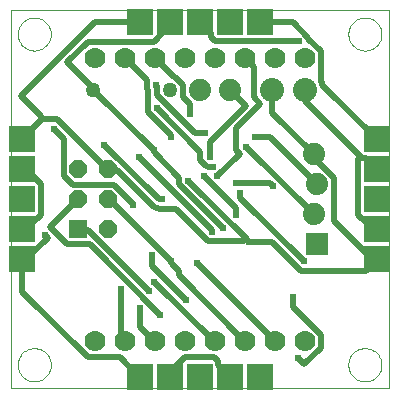
<source format=gbl>
G75*
G70*
%OFA0B0*%
%FSLAX24Y24*%
%IPPOS*%
%LPD*%
%AMOC8*
5,1,8,0,0,1.08239X$1,22.5*
%
%ADD10C,0.0000*%
%ADD11C,0.0700*%
%ADD12C,0.0500*%
%ADD13C,0.0800*%
%ADD14R,0.0600X0.0600*%
%ADD15OC8,0.0600*%
%ADD16R,0.0860X0.0860*%
%ADD17R,0.0740X0.0740*%
%ADD18C,0.0740*%
%ADD19C,0.0200*%
%ADD20C,0.0240*%
D10*
X000156Y000156D02*
X012755Y000156D01*
X012755Y012755D01*
X000156Y012755D01*
X000156Y000156D01*
X000393Y000944D02*
X000395Y000991D01*
X000401Y001037D01*
X000411Y001083D01*
X000424Y001128D01*
X000442Y001171D01*
X000463Y001213D01*
X000487Y001253D01*
X000515Y001290D01*
X000546Y001325D01*
X000580Y001358D01*
X000616Y001387D01*
X000655Y001413D01*
X000696Y001436D01*
X000739Y001455D01*
X000783Y001471D01*
X000828Y001483D01*
X000874Y001491D01*
X000921Y001495D01*
X000967Y001495D01*
X001014Y001491D01*
X001060Y001483D01*
X001105Y001471D01*
X001149Y001455D01*
X001192Y001436D01*
X001233Y001413D01*
X001272Y001387D01*
X001308Y001358D01*
X001342Y001325D01*
X001373Y001290D01*
X001401Y001253D01*
X001425Y001213D01*
X001446Y001171D01*
X001464Y001128D01*
X001477Y001083D01*
X001487Y001037D01*
X001493Y000991D01*
X001495Y000944D01*
X001493Y000897D01*
X001487Y000851D01*
X001477Y000805D01*
X001464Y000760D01*
X001446Y000717D01*
X001425Y000675D01*
X001401Y000635D01*
X001373Y000598D01*
X001342Y000563D01*
X001308Y000530D01*
X001272Y000501D01*
X001233Y000475D01*
X001192Y000452D01*
X001149Y000433D01*
X001105Y000417D01*
X001060Y000405D01*
X001014Y000397D01*
X000967Y000393D01*
X000921Y000393D01*
X000874Y000397D01*
X000828Y000405D01*
X000783Y000417D01*
X000739Y000433D01*
X000696Y000452D01*
X000655Y000475D01*
X000616Y000501D01*
X000580Y000530D01*
X000546Y000563D01*
X000515Y000598D01*
X000487Y000635D01*
X000463Y000675D01*
X000442Y000717D01*
X000424Y000760D01*
X000411Y000805D01*
X000401Y000851D01*
X000395Y000897D01*
X000393Y000944D01*
X000393Y011967D02*
X000395Y012014D01*
X000401Y012060D01*
X000411Y012106D01*
X000424Y012151D01*
X000442Y012194D01*
X000463Y012236D01*
X000487Y012276D01*
X000515Y012313D01*
X000546Y012348D01*
X000580Y012381D01*
X000616Y012410D01*
X000655Y012436D01*
X000696Y012459D01*
X000739Y012478D01*
X000783Y012494D01*
X000828Y012506D01*
X000874Y012514D01*
X000921Y012518D01*
X000967Y012518D01*
X001014Y012514D01*
X001060Y012506D01*
X001105Y012494D01*
X001149Y012478D01*
X001192Y012459D01*
X001233Y012436D01*
X001272Y012410D01*
X001308Y012381D01*
X001342Y012348D01*
X001373Y012313D01*
X001401Y012276D01*
X001425Y012236D01*
X001446Y012194D01*
X001464Y012151D01*
X001477Y012106D01*
X001487Y012060D01*
X001493Y012014D01*
X001495Y011967D01*
X001493Y011920D01*
X001487Y011874D01*
X001477Y011828D01*
X001464Y011783D01*
X001446Y011740D01*
X001425Y011698D01*
X001401Y011658D01*
X001373Y011621D01*
X001342Y011586D01*
X001308Y011553D01*
X001272Y011524D01*
X001233Y011498D01*
X001192Y011475D01*
X001149Y011456D01*
X001105Y011440D01*
X001060Y011428D01*
X001014Y011420D01*
X000967Y011416D01*
X000921Y011416D01*
X000874Y011420D01*
X000828Y011428D01*
X000783Y011440D01*
X000739Y011456D01*
X000696Y011475D01*
X000655Y011498D01*
X000616Y011524D01*
X000580Y011553D01*
X000546Y011586D01*
X000515Y011621D01*
X000487Y011658D01*
X000463Y011698D01*
X000442Y011740D01*
X000424Y011783D01*
X000411Y011828D01*
X000401Y011874D01*
X000395Y011920D01*
X000393Y011967D01*
X011416Y011967D02*
X011418Y012014D01*
X011424Y012060D01*
X011434Y012106D01*
X011447Y012151D01*
X011465Y012194D01*
X011486Y012236D01*
X011510Y012276D01*
X011538Y012313D01*
X011569Y012348D01*
X011603Y012381D01*
X011639Y012410D01*
X011678Y012436D01*
X011719Y012459D01*
X011762Y012478D01*
X011806Y012494D01*
X011851Y012506D01*
X011897Y012514D01*
X011944Y012518D01*
X011990Y012518D01*
X012037Y012514D01*
X012083Y012506D01*
X012128Y012494D01*
X012172Y012478D01*
X012215Y012459D01*
X012256Y012436D01*
X012295Y012410D01*
X012331Y012381D01*
X012365Y012348D01*
X012396Y012313D01*
X012424Y012276D01*
X012448Y012236D01*
X012469Y012194D01*
X012487Y012151D01*
X012500Y012106D01*
X012510Y012060D01*
X012516Y012014D01*
X012518Y011967D01*
X012516Y011920D01*
X012510Y011874D01*
X012500Y011828D01*
X012487Y011783D01*
X012469Y011740D01*
X012448Y011698D01*
X012424Y011658D01*
X012396Y011621D01*
X012365Y011586D01*
X012331Y011553D01*
X012295Y011524D01*
X012256Y011498D01*
X012215Y011475D01*
X012172Y011456D01*
X012128Y011440D01*
X012083Y011428D01*
X012037Y011420D01*
X011990Y011416D01*
X011944Y011416D01*
X011897Y011420D01*
X011851Y011428D01*
X011806Y011440D01*
X011762Y011456D01*
X011719Y011475D01*
X011678Y011498D01*
X011639Y011524D01*
X011603Y011553D01*
X011569Y011586D01*
X011538Y011621D01*
X011510Y011658D01*
X011486Y011698D01*
X011465Y011740D01*
X011447Y011783D01*
X011434Y011828D01*
X011424Y011874D01*
X011418Y011920D01*
X011416Y011967D01*
X011416Y000944D02*
X011418Y000991D01*
X011424Y001037D01*
X011434Y001083D01*
X011447Y001128D01*
X011465Y001171D01*
X011486Y001213D01*
X011510Y001253D01*
X011538Y001290D01*
X011569Y001325D01*
X011603Y001358D01*
X011639Y001387D01*
X011678Y001413D01*
X011719Y001436D01*
X011762Y001455D01*
X011806Y001471D01*
X011851Y001483D01*
X011897Y001491D01*
X011944Y001495D01*
X011990Y001495D01*
X012037Y001491D01*
X012083Y001483D01*
X012128Y001471D01*
X012172Y001455D01*
X012215Y001436D01*
X012256Y001413D01*
X012295Y001387D01*
X012331Y001358D01*
X012365Y001325D01*
X012396Y001290D01*
X012424Y001253D01*
X012448Y001213D01*
X012469Y001171D01*
X012487Y001128D01*
X012500Y001083D01*
X012510Y001037D01*
X012516Y000991D01*
X012518Y000944D01*
X012516Y000897D01*
X012510Y000851D01*
X012500Y000805D01*
X012487Y000760D01*
X012469Y000717D01*
X012448Y000675D01*
X012424Y000635D01*
X012396Y000598D01*
X012365Y000563D01*
X012331Y000530D01*
X012295Y000501D01*
X012256Y000475D01*
X012215Y000452D01*
X012172Y000433D01*
X012128Y000417D01*
X012083Y000405D01*
X012037Y000397D01*
X011990Y000393D01*
X011944Y000393D01*
X011897Y000397D01*
X011851Y000405D01*
X011806Y000417D01*
X011762Y000433D01*
X011719Y000452D01*
X011678Y000475D01*
X011639Y000501D01*
X011603Y000530D01*
X011569Y000563D01*
X011538Y000598D01*
X011510Y000635D01*
X011486Y000675D01*
X011465Y000717D01*
X011447Y000760D01*
X011434Y000805D01*
X011424Y000851D01*
X011418Y000897D01*
X011416Y000944D01*
D11*
X009956Y001731D03*
X008956Y001731D03*
X007956Y001731D03*
X006956Y001731D03*
X005956Y001731D03*
X004956Y001731D03*
X003956Y001731D03*
X002956Y001731D03*
X002956Y011180D03*
X003956Y011180D03*
X004956Y011180D03*
X005956Y011180D03*
X006956Y011180D03*
X007956Y011180D03*
X008956Y011180D03*
X009956Y011180D03*
D12*
X005471Y010097D03*
X002912Y010097D03*
D13*
X008858Y010097D03*
X009958Y010097D03*
D14*
X002412Y005456D03*
D15*
X002412Y006456D03*
X002412Y007456D03*
X003412Y007456D03*
X003412Y006456D03*
X003412Y005456D03*
D16*
X000550Y005456D03*
X000550Y006456D03*
X000550Y007456D03*
X000550Y008456D03*
X004456Y012361D03*
X005456Y012361D03*
X006456Y012361D03*
X007456Y012361D03*
X008456Y012361D03*
X012361Y008456D03*
X012361Y007456D03*
X012361Y006456D03*
X012361Y005456D03*
X012361Y004456D03*
X008456Y000550D03*
X007456Y000550D03*
X006456Y000550D03*
X005456Y000550D03*
X004456Y000550D03*
X000550Y004456D03*
D17*
X010364Y004959D03*
D18*
X010264Y005959D03*
X010364Y006959D03*
X010264Y007959D03*
X007456Y010097D03*
X006456Y010097D03*
D19*
X006121Y009644D02*
X005904Y009861D01*
X005904Y010274D01*
X005648Y010530D01*
X005609Y010530D01*
X004959Y011180D01*
X004956Y011180D01*
X004940Y011711D02*
X002735Y011711D01*
X002046Y011022D01*
X002873Y010196D01*
X002912Y010097D01*
X004920Y008089D01*
X004959Y007991D01*
X005767Y007184D01*
X005767Y006967D01*
X007223Y005511D01*
X007223Y005491D01*
X006869Y005432D02*
X006869Y005373D01*
X006869Y005432D02*
X004428Y007873D01*
X003719Y007420D02*
X004940Y006200D01*
X004979Y006200D01*
X005019Y006160D01*
X005078Y006160D01*
X005097Y006141D01*
X005668Y006141D01*
X006751Y005058D01*
X007952Y005058D01*
X008020Y005127D01*
X006081Y007066D01*
X006081Y007085D01*
X006593Y007243D02*
X007656Y006180D01*
X007656Y005924D01*
X007814Y006515D02*
X009940Y004389D01*
X009822Y004074D02*
X011987Y004074D01*
X012361Y004448D01*
X012361Y004456D01*
X012223Y004448D01*
X010924Y005747D01*
X010924Y007184D01*
X010314Y007794D01*
X010314Y007873D01*
X010264Y007959D01*
X010255Y007971D01*
X008877Y009349D01*
X008877Y010097D01*
X008858Y010097D01*
X008483Y009644D02*
X008267Y009861D01*
X008267Y010885D01*
X007971Y011180D01*
X007956Y011180D01*
X006967Y011731D02*
X006830Y011869D01*
X006830Y011987D01*
X006456Y012361D01*
X006967Y011731D02*
X009763Y011731D01*
X010078Y011810D02*
X010491Y011396D01*
X010491Y010393D01*
X010550Y010333D01*
X010550Y010274D01*
X012361Y008463D01*
X012361Y008456D01*
X011987Y007833D02*
X011849Y007833D01*
X011820Y007863D01*
X011751Y007794D01*
X011751Y005944D01*
X012223Y005471D01*
X012361Y005471D01*
X012361Y005456D01*
X012361Y007456D02*
X012361Y007459D01*
X011987Y007833D01*
X011820Y007863D02*
X009959Y009723D01*
X009959Y010097D01*
X009958Y010097D01*
X008483Y009644D02*
X007676Y008837D01*
X007676Y008089D01*
X007794Y007971D01*
X007046Y007223D01*
X006908Y007538D02*
X006731Y007538D01*
X006711Y007558D01*
X006672Y007558D01*
X006475Y007755D01*
X006475Y008050D01*
X005038Y009487D01*
X004723Y009369D02*
X004723Y010117D01*
X004704Y010137D01*
X004704Y010432D01*
X003956Y011180D01*
X004940Y011711D02*
X005452Y012223D01*
X005452Y012361D01*
X005456Y012361D01*
X004456Y012361D02*
X002971Y012361D01*
X000511Y009900D01*
X001180Y009231D01*
X001219Y009133D01*
X000550Y008463D01*
X000550Y008456D01*
X001219Y009133D02*
X001711Y009133D01*
X003385Y007459D01*
X003404Y007459D01*
X003412Y007456D01*
X003503Y007420D01*
X003719Y007420D01*
X003601Y006948D02*
X002223Y006948D01*
X001928Y007243D01*
X001928Y008483D01*
X001593Y008818D01*
X000688Y007440D02*
X000550Y007440D01*
X000550Y007456D01*
X000688Y007440D02*
X001160Y006967D01*
X001160Y005944D01*
X000609Y005393D01*
X000550Y005452D01*
X000550Y005456D01*
X001298Y005274D02*
X001396Y005176D01*
X000707Y004487D01*
X000648Y004487D01*
X000550Y004456D01*
X000550Y003385D01*
X002735Y001200D01*
X003798Y001200D01*
X004448Y000550D01*
X004456Y000550D01*
X005456Y000550D02*
X005471Y000550D01*
X005471Y000688D01*
X005983Y001200D01*
X006928Y001200D01*
X007066Y001062D01*
X007066Y000924D01*
X007440Y000550D01*
X007456Y000550D01*
X007952Y001731D02*
X007956Y001731D01*
X007952Y001731D02*
X007952Y001751D01*
X005767Y003936D01*
X005767Y004054D01*
X005530Y004290D01*
X005491Y004389D01*
X005491Y004408D01*
X003444Y006456D01*
X003412Y006456D01*
X003601Y006948D02*
X004251Y006298D01*
X004251Y006259D01*
X005097Y006456D02*
X003286Y008267D01*
X004723Y009369D02*
X005491Y008601D01*
X005491Y008522D01*
X006121Y009290D02*
X006121Y009644D01*
X006298Y008660D02*
X005038Y009920D01*
X005038Y010235D01*
X005019Y010255D01*
X006298Y008660D02*
X006652Y008660D01*
X006790Y008365D02*
X007991Y009566D01*
X007459Y010097D01*
X007456Y010097D01*
X008306Y008522D02*
X008798Y008522D01*
X010353Y006967D01*
X010364Y006959D01*
X010255Y005963D02*
X010264Y005959D01*
X010255Y005963D02*
X008011Y008207D01*
X007991Y008207D01*
X006790Y008365D02*
X006790Y007873D01*
X007676Y006987D02*
X008798Y006987D01*
X008896Y006889D01*
X007814Y006672D02*
X007814Y006515D01*
X008020Y005127D02*
X008030Y005117D01*
X008089Y005038D01*
X008857Y005038D01*
X009822Y004074D01*
X009585Y003188D02*
X009585Y002853D01*
X010491Y001948D01*
X010491Y001515D01*
X009940Y000963D01*
X009723Y001180D01*
X008956Y001731D02*
X006357Y004330D01*
X006003Y003089D02*
X004861Y004231D01*
X004861Y004605D01*
X004940Y003719D02*
X006928Y001731D01*
X006956Y001731D01*
X005137Y002617D02*
X002794Y004959D01*
X002046Y004959D01*
X001475Y005530D01*
X002400Y006456D01*
X002412Y006456D01*
X002412Y005456D02*
X002420Y005452D01*
X002735Y005452D01*
X004782Y003404D01*
X004467Y002833D02*
X004467Y002204D01*
X004940Y001731D01*
X004956Y001731D01*
X003956Y001731D02*
X003837Y001849D01*
X003837Y003483D01*
X005097Y006456D02*
X005215Y006456D01*
X010078Y011810D02*
X010078Y011849D01*
X009566Y012361D01*
X008456Y012361D01*
D20*
X009763Y011731D03*
X008306Y008522D03*
X007991Y008207D03*
X006908Y007538D03*
X006790Y007873D03*
X006593Y007243D03*
X007046Y007223D03*
X007676Y006987D03*
X007814Y006672D03*
X007656Y005924D03*
X007223Y005491D03*
X006869Y005373D03*
X006357Y004330D03*
X005491Y004389D03*
X004861Y004605D03*
X004940Y003719D03*
X004782Y003404D03*
X004467Y002833D03*
X005137Y002617D03*
X006003Y003089D03*
X008089Y005038D03*
X009940Y004389D03*
X009585Y003188D03*
X009723Y001180D03*
X005215Y006456D03*
X006081Y007085D03*
X004920Y008089D03*
X004428Y007873D03*
X005491Y008522D03*
X006121Y009290D03*
X006652Y008660D03*
X005038Y009487D03*
X005019Y010255D03*
X003286Y008267D03*
X001593Y008818D03*
X004251Y006259D03*
X003837Y003483D03*
X001298Y005274D03*
X008896Y006889D03*
M02*

</source>
